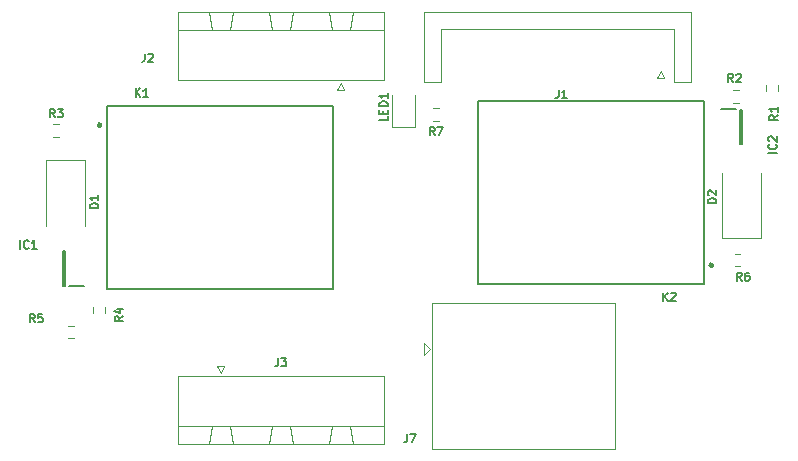
<source format=gbr>
G04 #@! TF.GenerationSoftware,KiCad,Pcbnew,7.99.0-1900-g89780d353a*
G04 #@! TF.CreationDate,2023-08-02T11:36:18+03:00*
G04 #@! TF.ProjectId,RP2040_minimal,52503230-3430-45f6-9d69-6e696d616c2e,REV1*
G04 #@! TF.SameCoordinates,Original*
G04 #@! TF.FileFunction,Legend,Top*
G04 #@! TF.FilePolarity,Positive*
%FSLAX46Y46*%
G04 Gerber Fmt 4.6, Leading zero omitted, Abs format (unit mm)*
G04 Created by KiCad (PCBNEW 7.99.0-1900-g89780d353a) date 2023-08-02 11:36:18*
%MOMM*%
%LPD*%
G01*
G04 APERTURE LIST*
%ADD10C,0.150000*%
%ADD11C,0.175000*%
%ADD12C,0.120000*%
%ADD13C,0.200000*%
%ADD14C,0.127000*%
%ADD15C,0.300000*%
G04 APERTURE END LIST*
D10*
X199342033Y-81755066D02*
X199008700Y-81988399D01*
X199342033Y-82155066D02*
X198642033Y-82155066D01*
X198642033Y-82155066D02*
X198642033Y-81888399D01*
X198642033Y-81888399D02*
X198675366Y-81821733D01*
X198675366Y-81821733D02*
X198708700Y-81788399D01*
X198708700Y-81788399D02*
X198775366Y-81755066D01*
X198775366Y-81755066D02*
X198875366Y-81755066D01*
X198875366Y-81755066D02*
X198942033Y-81788399D01*
X198942033Y-81788399D02*
X198975366Y-81821733D01*
X198975366Y-81821733D02*
X199008700Y-81888399D01*
X199008700Y-81888399D02*
X199008700Y-82155066D01*
X199342033Y-81088399D02*
X199342033Y-81488399D01*
X199342033Y-81288399D02*
X198642033Y-81288399D01*
X198642033Y-81288399D02*
X198742033Y-81355066D01*
X198742033Y-81355066D02*
X198808700Y-81421733D01*
X198808700Y-81421733D02*
X198842033Y-81488399D01*
X157042666Y-102344433D02*
X157042666Y-102844433D01*
X157042666Y-102844433D02*
X157009333Y-102944433D01*
X157009333Y-102944433D02*
X156942666Y-103011100D01*
X156942666Y-103011100D02*
X156842666Y-103044433D01*
X156842666Y-103044433D02*
X156776000Y-103044433D01*
X157309333Y-102344433D02*
X157742666Y-102344433D01*
X157742666Y-102344433D02*
X157509333Y-102611100D01*
X157509333Y-102611100D02*
X157609333Y-102611100D01*
X157609333Y-102611100D02*
X157675999Y-102644433D01*
X157675999Y-102644433D02*
X157709333Y-102677766D01*
X157709333Y-102677766D02*
X157742666Y-102744433D01*
X157742666Y-102744433D02*
X157742666Y-102911100D01*
X157742666Y-102911100D02*
X157709333Y-102977766D01*
X157709333Y-102977766D02*
X157675999Y-103011100D01*
X157675999Y-103011100D02*
X157609333Y-103044433D01*
X157609333Y-103044433D02*
X157409333Y-103044433D01*
X157409333Y-103044433D02*
X157342666Y-103011100D01*
X157342666Y-103011100D02*
X157309333Y-102977766D01*
X195569333Y-78964433D02*
X195336000Y-78631100D01*
X195169333Y-78964433D02*
X195169333Y-78264433D01*
X195169333Y-78264433D02*
X195436000Y-78264433D01*
X195436000Y-78264433D02*
X195502667Y-78297766D01*
X195502667Y-78297766D02*
X195536000Y-78331100D01*
X195536000Y-78331100D02*
X195569333Y-78397766D01*
X195569333Y-78397766D02*
X195569333Y-78497766D01*
X195569333Y-78497766D02*
X195536000Y-78564433D01*
X195536000Y-78564433D02*
X195502667Y-78597766D01*
X195502667Y-78597766D02*
X195436000Y-78631100D01*
X195436000Y-78631100D02*
X195169333Y-78631100D01*
X195836000Y-78331100D02*
X195869333Y-78297766D01*
X195869333Y-78297766D02*
X195936000Y-78264433D01*
X195936000Y-78264433D02*
X196102667Y-78264433D01*
X196102667Y-78264433D02*
X196169333Y-78297766D01*
X196169333Y-78297766D02*
X196202667Y-78331100D01*
X196202667Y-78331100D02*
X196236000Y-78397766D01*
X196236000Y-78397766D02*
X196236000Y-78464433D01*
X196236000Y-78464433D02*
X196202667Y-78564433D01*
X196202667Y-78564433D02*
X195802667Y-78964433D01*
X195802667Y-78964433D02*
X196236000Y-78964433D01*
X141822033Y-89635066D02*
X141122033Y-89635066D01*
X141122033Y-89635066D02*
X141122033Y-89468399D01*
X141122033Y-89468399D02*
X141155366Y-89368399D01*
X141155366Y-89368399D02*
X141222033Y-89301733D01*
X141222033Y-89301733D02*
X141288700Y-89268399D01*
X141288700Y-89268399D02*
X141422033Y-89235066D01*
X141422033Y-89235066D02*
X141522033Y-89235066D01*
X141522033Y-89235066D02*
X141655366Y-89268399D01*
X141655366Y-89268399D02*
X141722033Y-89301733D01*
X141722033Y-89301733D02*
X141788700Y-89368399D01*
X141788700Y-89368399D02*
X141822033Y-89468399D01*
X141822033Y-89468399D02*
X141822033Y-89635066D01*
X141822033Y-88568399D02*
X141822033Y-88968399D01*
X141822033Y-88768399D02*
X141122033Y-88768399D01*
X141122033Y-88768399D02*
X141222033Y-88835066D01*
X141222033Y-88835066D02*
X141288700Y-88901733D01*
X141288700Y-88901733D02*
X141322033Y-88968399D01*
D11*
X135192666Y-93063133D02*
X135192666Y-92363133D01*
X135925999Y-92996466D02*
X135892666Y-93029800D01*
X135892666Y-93029800D02*
X135792666Y-93063133D01*
X135792666Y-93063133D02*
X135725999Y-93063133D01*
X135725999Y-93063133D02*
X135625999Y-93029800D01*
X135625999Y-93029800D02*
X135559333Y-92963133D01*
X135559333Y-92963133D02*
X135525999Y-92896466D01*
X135525999Y-92896466D02*
X135492666Y-92763133D01*
X135492666Y-92763133D02*
X135492666Y-92663133D01*
X135492666Y-92663133D02*
X135525999Y-92529800D01*
X135525999Y-92529800D02*
X135559333Y-92463133D01*
X135559333Y-92463133D02*
X135625999Y-92396466D01*
X135625999Y-92396466D02*
X135725999Y-92363133D01*
X135725999Y-92363133D02*
X135792666Y-92363133D01*
X135792666Y-92363133D02*
X135892666Y-92396466D01*
X135892666Y-92396466D02*
X135925999Y-92429800D01*
X136592666Y-93063133D02*
X136192666Y-93063133D01*
X136392666Y-93063133D02*
X136392666Y-92363133D01*
X136392666Y-92363133D02*
X136325999Y-92463133D01*
X136325999Y-92463133D02*
X136259333Y-92529800D01*
X136259333Y-92529800D02*
X136192666Y-92563133D01*
D10*
X170289333Y-83474433D02*
X170056000Y-83141100D01*
X169889333Y-83474433D02*
X169889333Y-82774433D01*
X169889333Y-82774433D02*
X170156000Y-82774433D01*
X170156000Y-82774433D02*
X170222667Y-82807766D01*
X170222667Y-82807766D02*
X170256000Y-82841100D01*
X170256000Y-82841100D02*
X170289333Y-82907766D01*
X170289333Y-82907766D02*
X170289333Y-83007766D01*
X170289333Y-83007766D02*
X170256000Y-83074433D01*
X170256000Y-83074433D02*
X170222667Y-83107766D01*
X170222667Y-83107766D02*
X170156000Y-83141100D01*
X170156000Y-83141100D02*
X169889333Y-83141100D01*
X170522667Y-82774433D02*
X170989333Y-82774433D01*
X170989333Y-82774433D02*
X170689333Y-83474433D01*
X180790166Y-79644433D02*
X180790166Y-80144433D01*
X180790166Y-80144433D02*
X180756833Y-80244433D01*
X180756833Y-80244433D02*
X180690166Y-80311100D01*
X180690166Y-80311100D02*
X180590166Y-80344433D01*
X180590166Y-80344433D02*
X180523500Y-80344433D01*
X181490166Y-80344433D02*
X181090166Y-80344433D01*
X181290166Y-80344433D02*
X181290166Y-79644433D01*
X181290166Y-79644433D02*
X181223499Y-79744433D01*
X181223499Y-79744433D02*
X181156833Y-79811100D01*
X181156833Y-79811100D02*
X181090166Y-79844433D01*
X189622463Y-97500273D02*
X189622463Y-96800273D01*
X190022463Y-97500273D02*
X189722463Y-97100273D01*
X190022463Y-96800273D02*
X189622463Y-97200273D01*
X190289130Y-96866940D02*
X190322463Y-96833606D01*
X190322463Y-96833606D02*
X190389130Y-96800273D01*
X190389130Y-96800273D02*
X190555797Y-96800273D01*
X190555797Y-96800273D02*
X190622463Y-96833606D01*
X190622463Y-96833606D02*
X190655797Y-96866940D01*
X190655797Y-96866940D02*
X190689130Y-96933606D01*
X190689130Y-96933606D02*
X190689130Y-97000273D01*
X190689130Y-97000273D02*
X190655797Y-97100273D01*
X190655797Y-97100273D02*
X190255797Y-97500273D01*
X190255797Y-97500273D02*
X190689130Y-97500273D01*
X145752666Y-76554433D02*
X145752666Y-77054433D01*
X145752666Y-77054433D02*
X145719333Y-77154433D01*
X145719333Y-77154433D02*
X145652666Y-77221100D01*
X145652666Y-77221100D02*
X145552666Y-77254433D01*
X145552666Y-77254433D02*
X145486000Y-77254433D01*
X146052666Y-76621100D02*
X146085999Y-76587766D01*
X146085999Y-76587766D02*
X146152666Y-76554433D01*
X146152666Y-76554433D02*
X146319333Y-76554433D01*
X146319333Y-76554433D02*
X146385999Y-76587766D01*
X146385999Y-76587766D02*
X146419333Y-76621100D01*
X146419333Y-76621100D02*
X146452666Y-76687766D01*
X146452666Y-76687766D02*
X146452666Y-76754433D01*
X146452666Y-76754433D02*
X146419333Y-76854433D01*
X146419333Y-76854433D02*
X146019333Y-77254433D01*
X146019333Y-77254433D02*
X146452666Y-77254433D01*
X167972666Y-108774433D02*
X167972666Y-109274433D01*
X167972666Y-109274433D02*
X167939333Y-109374433D01*
X167939333Y-109374433D02*
X167872666Y-109441100D01*
X167872666Y-109441100D02*
X167772666Y-109474433D01*
X167772666Y-109474433D02*
X167706000Y-109474433D01*
X168239333Y-108774433D02*
X168705999Y-108774433D01*
X168705999Y-108774433D02*
X168405999Y-109474433D01*
X143902033Y-98795066D02*
X143568700Y-99028399D01*
X143902033Y-99195066D02*
X143202033Y-99195066D01*
X143202033Y-99195066D02*
X143202033Y-98928399D01*
X143202033Y-98928399D02*
X143235366Y-98861733D01*
X143235366Y-98861733D02*
X143268700Y-98828399D01*
X143268700Y-98828399D02*
X143335366Y-98795066D01*
X143335366Y-98795066D02*
X143435366Y-98795066D01*
X143435366Y-98795066D02*
X143502033Y-98828399D01*
X143502033Y-98828399D02*
X143535366Y-98861733D01*
X143535366Y-98861733D02*
X143568700Y-98928399D01*
X143568700Y-98928399D02*
X143568700Y-99195066D01*
X143435366Y-98195066D02*
X143902033Y-98195066D01*
X143168700Y-98361733D02*
X143668700Y-98528399D01*
X143668700Y-98528399D02*
X143668700Y-98095066D01*
X136444333Y-99314433D02*
X136211000Y-98981100D01*
X136044333Y-99314433D02*
X136044333Y-98614433D01*
X136044333Y-98614433D02*
X136311000Y-98614433D01*
X136311000Y-98614433D02*
X136377667Y-98647766D01*
X136377667Y-98647766D02*
X136411000Y-98681100D01*
X136411000Y-98681100D02*
X136444333Y-98747766D01*
X136444333Y-98747766D02*
X136444333Y-98847766D01*
X136444333Y-98847766D02*
X136411000Y-98914433D01*
X136411000Y-98914433D02*
X136377667Y-98947766D01*
X136377667Y-98947766D02*
X136311000Y-98981100D01*
X136311000Y-98981100D02*
X136044333Y-98981100D01*
X137077667Y-98614433D02*
X136744333Y-98614433D01*
X136744333Y-98614433D02*
X136711000Y-98947766D01*
X136711000Y-98947766D02*
X136744333Y-98914433D01*
X136744333Y-98914433D02*
X136811000Y-98881100D01*
X136811000Y-98881100D02*
X136977667Y-98881100D01*
X136977667Y-98881100D02*
X137044333Y-98914433D01*
X137044333Y-98914433D02*
X137077667Y-98947766D01*
X137077667Y-98947766D02*
X137111000Y-99014433D01*
X137111000Y-99014433D02*
X137111000Y-99181100D01*
X137111000Y-99181100D02*
X137077667Y-99247766D01*
X137077667Y-99247766D02*
X137044333Y-99281100D01*
X137044333Y-99281100D02*
X136977667Y-99314433D01*
X136977667Y-99314433D02*
X136811000Y-99314433D01*
X136811000Y-99314433D02*
X136744333Y-99281100D01*
X136744333Y-99281100D02*
X136711000Y-99247766D01*
D11*
X199250733Y-84971733D02*
X198550733Y-84971733D01*
X199184066Y-84238400D02*
X199217400Y-84271733D01*
X199217400Y-84271733D02*
X199250733Y-84371733D01*
X199250733Y-84371733D02*
X199250733Y-84438400D01*
X199250733Y-84438400D02*
X199217400Y-84538400D01*
X199217400Y-84538400D02*
X199150733Y-84605067D01*
X199150733Y-84605067D02*
X199084066Y-84638400D01*
X199084066Y-84638400D02*
X198950733Y-84671733D01*
X198950733Y-84671733D02*
X198850733Y-84671733D01*
X198850733Y-84671733D02*
X198717400Y-84638400D01*
X198717400Y-84638400D02*
X198650733Y-84605067D01*
X198650733Y-84605067D02*
X198584066Y-84538400D01*
X198584066Y-84538400D02*
X198550733Y-84438400D01*
X198550733Y-84438400D02*
X198550733Y-84371733D01*
X198550733Y-84371733D02*
X198584066Y-84271733D01*
X198584066Y-84271733D02*
X198617400Y-84238400D01*
X198617400Y-83971733D02*
X198584066Y-83938400D01*
X198584066Y-83938400D02*
X198550733Y-83871733D01*
X198550733Y-83871733D02*
X198550733Y-83705067D01*
X198550733Y-83705067D02*
X198584066Y-83638400D01*
X198584066Y-83638400D02*
X198617400Y-83605067D01*
X198617400Y-83605067D02*
X198684066Y-83571733D01*
X198684066Y-83571733D02*
X198750733Y-83571733D01*
X198750733Y-83571733D02*
X198850733Y-83605067D01*
X198850733Y-83605067D02*
X199250733Y-84005067D01*
X199250733Y-84005067D02*
X199250733Y-83571733D01*
D10*
X144973703Y-80208593D02*
X144973703Y-79508593D01*
X145373703Y-80208593D02*
X145073703Y-79808593D01*
X145373703Y-79508593D02*
X144973703Y-79908593D01*
X146040370Y-80208593D02*
X145640370Y-80208593D01*
X145840370Y-80208593D02*
X145840370Y-79508593D01*
X145840370Y-79508593D02*
X145773703Y-79608593D01*
X145773703Y-79608593D02*
X145707037Y-79675260D01*
X145707037Y-79675260D02*
X145640370Y-79708593D01*
X194122033Y-89205066D02*
X193422033Y-89205066D01*
X193422033Y-89205066D02*
X193422033Y-89038399D01*
X193422033Y-89038399D02*
X193455366Y-88938399D01*
X193455366Y-88938399D02*
X193522033Y-88871733D01*
X193522033Y-88871733D02*
X193588700Y-88838399D01*
X193588700Y-88838399D02*
X193722033Y-88805066D01*
X193722033Y-88805066D02*
X193822033Y-88805066D01*
X193822033Y-88805066D02*
X193955366Y-88838399D01*
X193955366Y-88838399D02*
X194022033Y-88871733D01*
X194022033Y-88871733D02*
X194088700Y-88938399D01*
X194088700Y-88938399D02*
X194122033Y-89038399D01*
X194122033Y-89038399D02*
X194122033Y-89205066D01*
X193488700Y-88538399D02*
X193455366Y-88505066D01*
X193455366Y-88505066D02*
X193422033Y-88438399D01*
X193422033Y-88438399D02*
X193422033Y-88271733D01*
X193422033Y-88271733D02*
X193455366Y-88205066D01*
X193455366Y-88205066D02*
X193488700Y-88171733D01*
X193488700Y-88171733D02*
X193555366Y-88138399D01*
X193555366Y-88138399D02*
X193622033Y-88138399D01*
X193622033Y-88138399D02*
X193722033Y-88171733D01*
X193722033Y-88171733D02*
X194122033Y-88571733D01*
X194122033Y-88571733D02*
X194122033Y-88138399D01*
X166322033Y-81871733D02*
X166322033Y-82205066D01*
X166322033Y-82205066D02*
X165622033Y-82205066D01*
X165955366Y-81638399D02*
X165955366Y-81405066D01*
X166322033Y-81305066D02*
X166322033Y-81638399D01*
X166322033Y-81638399D02*
X165622033Y-81638399D01*
X165622033Y-81638399D02*
X165622033Y-81305066D01*
X166322033Y-81005066D02*
X165622033Y-81005066D01*
X165622033Y-81005066D02*
X165622033Y-80838399D01*
X165622033Y-80838399D02*
X165655366Y-80738399D01*
X165655366Y-80738399D02*
X165722033Y-80671733D01*
X165722033Y-80671733D02*
X165788700Y-80638399D01*
X165788700Y-80638399D02*
X165922033Y-80605066D01*
X165922033Y-80605066D02*
X166022033Y-80605066D01*
X166022033Y-80605066D02*
X166155366Y-80638399D01*
X166155366Y-80638399D02*
X166222033Y-80671733D01*
X166222033Y-80671733D02*
X166288700Y-80738399D01*
X166288700Y-80738399D02*
X166322033Y-80838399D01*
X166322033Y-80838399D02*
X166322033Y-81005066D01*
X166322033Y-79938399D02*
X166322033Y-80338399D01*
X166322033Y-80138399D02*
X165622033Y-80138399D01*
X165622033Y-80138399D02*
X165722033Y-80205066D01*
X165722033Y-80205066D02*
X165788700Y-80271733D01*
X165788700Y-80271733D02*
X165822033Y-80338399D01*
X138139333Y-81944433D02*
X137906000Y-81611100D01*
X137739333Y-81944433D02*
X137739333Y-81244433D01*
X137739333Y-81244433D02*
X138006000Y-81244433D01*
X138006000Y-81244433D02*
X138072667Y-81277766D01*
X138072667Y-81277766D02*
X138106000Y-81311100D01*
X138106000Y-81311100D02*
X138139333Y-81377766D01*
X138139333Y-81377766D02*
X138139333Y-81477766D01*
X138139333Y-81477766D02*
X138106000Y-81544433D01*
X138106000Y-81544433D02*
X138072667Y-81577766D01*
X138072667Y-81577766D02*
X138006000Y-81611100D01*
X138006000Y-81611100D02*
X137739333Y-81611100D01*
X138372667Y-81244433D02*
X138806000Y-81244433D01*
X138806000Y-81244433D02*
X138572667Y-81511100D01*
X138572667Y-81511100D02*
X138672667Y-81511100D01*
X138672667Y-81511100D02*
X138739333Y-81544433D01*
X138739333Y-81544433D02*
X138772667Y-81577766D01*
X138772667Y-81577766D02*
X138806000Y-81644433D01*
X138806000Y-81644433D02*
X138806000Y-81811100D01*
X138806000Y-81811100D02*
X138772667Y-81877766D01*
X138772667Y-81877766D02*
X138739333Y-81911100D01*
X138739333Y-81911100D02*
X138672667Y-81944433D01*
X138672667Y-81944433D02*
X138472667Y-81944433D01*
X138472667Y-81944433D02*
X138406000Y-81911100D01*
X138406000Y-81911100D02*
X138372667Y-81877766D01*
X196299333Y-95794433D02*
X196066000Y-95461100D01*
X195899333Y-95794433D02*
X195899333Y-95094433D01*
X195899333Y-95094433D02*
X196166000Y-95094433D01*
X196166000Y-95094433D02*
X196232667Y-95127766D01*
X196232667Y-95127766D02*
X196266000Y-95161100D01*
X196266000Y-95161100D02*
X196299333Y-95227766D01*
X196299333Y-95227766D02*
X196299333Y-95327766D01*
X196299333Y-95327766D02*
X196266000Y-95394433D01*
X196266000Y-95394433D02*
X196232667Y-95427766D01*
X196232667Y-95427766D02*
X196166000Y-95461100D01*
X196166000Y-95461100D02*
X195899333Y-95461100D01*
X196899333Y-95094433D02*
X196766000Y-95094433D01*
X196766000Y-95094433D02*
X196699333Y-95127766D01*
X196699333Y-95127766D02*
X196666000Y-95161100D01*
X196666000Y-95161100D02*
X196599333Y-95261100D01*
X196599333Y-95261100D02*
X196566000Y-95394433D01*
X196566000Y-95394433D02*
X196566000Y-95661100D01*
X196566000Y-95661100D02*
X196599333Y-95727766D01*
X196599333Y-95727766D02*
X196632667Y-95761100D01*
X196632667Y-95761100D02*
X196699333Y-95794433D01*
X196699333Y-95794433D02*
X196832667Y-95794433D01*
X196832667Y-95794433D02*
X196899333Y-95761100D01*
X196899333Y-95761100D02*
X196932667Y-95727766D01*
X196932667Y-95727766D02*
X196966000Y-95661100D01*
X196966000Y-95661100D02*
X196966000Y-95494433D01*
X196966000Y-95494433D02*
X196932667Y-95427766D01*
X196932667Y-95427766D02*
X196899333Y-95394433D01*
X196899333Y-95394433D02*
X196832667Y-95361100D01*
X196832667Y-95361100D02*
X196699333Y-95361100D01*
X196699333Y-95361100D02*
X196632667Y-95394433D01*
X196632667Y-95394433D02*
X196599333Y-95427766D01*
X196599333Y-95427766D02*
X196566000Y-95494433D01*
D12*
X198343500Y-79216142D02*
X198343500Y-79690658D01*
X199388500Y-79216142D02*
X199388500Y-79690658D01*
X148546000Y-103818400D02*
X148546000Y-109611400D01*
X148546000Y-109611400D02*
X166006000Y-109611400D01*
X151196000Y-109611400D02*
X153196000Y-109611400D01*
X151446000Y-108111400D02*
X151196000Y-109611400D01*
X151896000Y-103018400D02*
X152496000Y-103018400D01*
X152196000Y-103618400D02*
X151896000Y-103018400D01*
X152496000Y-103018400D02*
X152196000Y-103618400D01*
X152946000Y-108111400D02*
X151446000Y-108111400D01*
X153196000Y-109611400D02*
X152946000Y-108111400D01*
X156276000Y-109611400D02*
X158276000Y-109611400D01*
X156526000Y-108111400D02*
X156276000Y-109611400D01*
X158026000Y-108111400D02*
X156526000Y-108111400D01*
X158276000Y-109611400D02*
X158026000Y-108111400D01*
X161356000Y-109611400D02*
X163356000Y-109611400D01*
X161606000Y-108111400D02*
X161356000Y-109611400D01*
X163106000Y-108111400D02*
X161606000Y-108111400D01*
X163356000Y-109611400D02*
X163106000Y-108111400D01*
X166006000Y-103818400D02*
X148546000Y-103818400D01*
X166006000Y-108111400D02*
X148546000Y-108111400D01*
X166006000Y-109611400D02*
X166006000Y-103818400D01*
X195558742Y-79665900D02*
X196033258Y-79665900D01*
X195558742Y-80710900D02*
X196033258Y-80710900D01*
X137356000Y-85608400D02*
X137356000Y-91118400D01*
X140656000Y-85608400D02*
X137356000Y-85608400D01*
X140656000Y-85608400D02*
X140656000Y-91118400D01*
D13*
X138861000Y-93308400D02*
X139011000Y-93308400D01*
X138861000Y-96228400D02*
X138861000Y-93308400D01*
X139011000Y-93308400D02*
X139011000Y-96228400D01*
X139011000Y-96228400D02*
X138861000Y-96228400D01*
X140611000Y-96273400D02*
X139361000Y-96273400D01*
D12*
X170643258Y-81205900D02*
X170168742Y-81205900D01*
X170643258Y-82250900D02*
X170168742Y-82250900D01*
X169376000Y-73029400D02*
X169376000Y-78978400D01*
X169376000Y-78978400D02*
X170796000Y-78978400D01*
X170796000Y-74478400D02*
X180686000Y-74478400D01*
X170796000Y-78978400D02*
X170796000Y-74478400D01*
X180686000Y-73029400D02*
X169376000Y-73029400D01*
X180686000Y-73029400D02*
X191996000Y-73029400D01*
X189136000Y-78668400D02*
X189436000Y-78068400D01*
X189436000Y-78068400D02*
X189736000Y-78668400D01*
X189736000Y-78668400D02*
X189136000Y-78668400D01*
X190576000Y-74478400D02*
X180686000Y-74478400D01*
X190576000Y-78978400D02*
X190576000Y-74478400D01*
X191996000Y-73029400D02*
X191996000Y-78978400D01*
X191996000Y-78978400D02*
X190576000Y-78978400D01*
D14*
X173963500Y-80598400D02*
X193063500Y-80598400D01*
X173963500Y-96098400D02*
X173963500Y-80598400D01*
X193063500Y-80598400D02*
X193063500Y-96098400D01*
X193063500Y-96098400D02*
X173963500Y-96098400D01*
D15*
X193813500Y-94467400D02*
G75*
G03*
X193813500Y-94467400I-100000J0D01*
G01*
D12*
X148546000Y-73042900D02*
X148546000Y-78835900D01*
X148546000Y-74542900D02*
X166006000Y-74542900D01*
X148546000Y-78835900D02*
X166006000Y-78835900D01*
X151196000Y-73042900D02*
X151446000Y-74542900D01*
X151446000Y-74542900D02*
X152946000Y-74542900D01*
X152946000Y-74542900D02*
X153196000Y-73042900D01*
X153196000Y-73042900D02*
X151196000Y-73042900D01*
X156276000Y-73042900D02*
X156526000Y-74542900D01*
X156526000Y-74542900D02*
X158026000Y-74542900D01*
X158026000Y-74542900D02*
X158276000Y-73042900D01*
X158276000Y-73042900D02*
X156276000Y-73042900D01*
X161356000Y-73042900D02*
X161606000Y-74542900D01*
X161606000Y-74542900D02*
X163106000Y-74542900D01*
X162056000Y-79635900D02*
X162356000Y-79035900D01*
X162356000Y-79035900D02*
X162656000Y-79635900D01*
X162656000Y-79635900D02*
X162056000Y-79635900D01*
X163106000Y-74542900D02*
X163356000Y-73042900D01*
X163356000Y-73042900D02*
X161356000Y-73042900D01*
X166006000Y-73042900D02*
X148546000Y-73042900D01*
X166006000Y-78835900D02*
X166006000Y-73042900D01*
X169383500Y-101072400D02*
X169383500Y-102072400D01*
X169383500Y-102072400D02*
X169883500Y-101572400D01*
X169883500Y-101572400D02*
X169383500Y-101072400D01*
X170068500Y-97692400D02*
X170068500Y-110064400D01*
X170068500Y-110064400D02*
X185588500Y-110064400D01*
X185588500Y-97692400D02*
X170068500Y-97692400D01*
X185588500Y-97692400D02*
X185588500Y-110064400D01*
X141343500Y-98530658D02*
X141343500Y-98056142D01*
X142388500Y-98530658D02*
X142388500Y-98056142D01*
X139253742Y-99595900D02*
X139728258Y-99595900D01*
X139253742Y-100640900D02*
X139728258Y-100640900D01*
D13*
X194561000Y-81253400D02*
X195811000Y-81253400D01*
X196161000Y-81298400D02*
X196311000Y-81298400D01*
X196161000Y-84218400D02*
X196161000Y-81298400D01*
X196311000Y-81298400D02*
X196311000Y-84218400D01*
X196311000Y-84218400D02*
X196161000Y-84218400D01*
D14*
X142566000Y-80978400D02*
X161666000Y-80978400D01*
X142566000Y-96478400D02*
X142566000Y-80978400D01*
X161666000Y-80978400D02*
X161666000Y-96478400D01*
X161666000Y-96478400D02*
X142566000Y-96478400D01*
D15*
X142016000Y-82609400D02*
G75*
G03*
X142016000Y-82609400I-100000J0D01*
G01*
D12*
X194656000Y-92198400D02*
X194656000Y-86688400D01*
X194656000Y-92198400D02*
X197956000Y-92198400D01*
X197956000Y-92198400D02*
X197956000Y-86688400D01*
X166696000Y-80088400D02*
X166696000Y-82773400D01*
X166696000Y-82773400D02*
X168616000Y-82773400D01*
X168616000Y-82773400D02*
X168616000Y-80088400D01*
X138018742Y-82535900D02*
X138493258Y-82535900D01*
X138018742Y-83580900D02*
X138493258Y-83580900D01*
X195688742Y-93525900D02*
X196163258Y-93525900D01*
X195688742Y-94570900D02*
X196163258Y-94570900D01*
M02*

</source>
